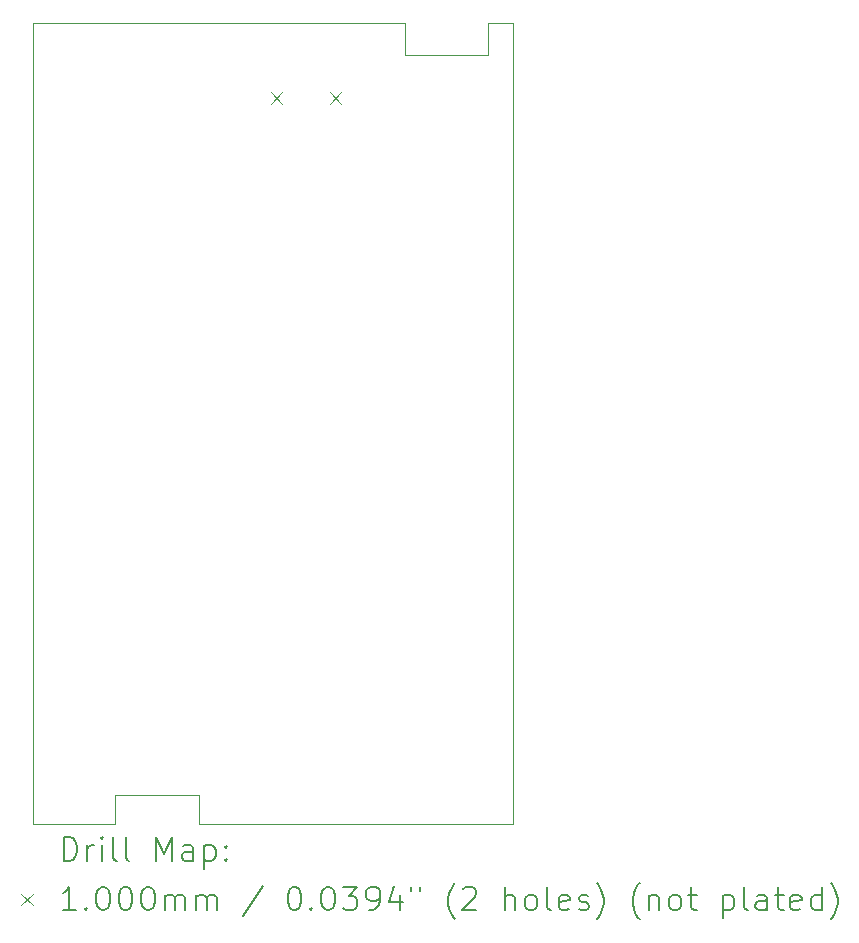
<source format=gbr>
%TF.GenerationSoftware,KiCad,Pcbnew,9.0.2*%
%TF.CreationDate,2025-06-10T17:56:35+02:00*%
%TF.ProjectId,SenseMatePCB,53656e73-654d-4617-9465-5043422e6b69,rev?*%
%TF.SameCoordinates,Original*%
%TF.FileFunction,Drillmap*%
%TF.FilePolarity,Positive*%
%FSLAX45Y45*%
G04 Gerber Fmt 4.5, Leading zero omitted, Abs format (unit mm)*
G04 Created by KiCad (PCBNEW 9.0.2) date 2025-06-10 17:56:35*
%MOMM*%
%LPD*%
G01*
G04 APERTURE LIST*
%ADD10C,0.050000*%
%ADD11C,0.200000*%
%ADD12C,0.100000*%
G04 APERTURE END LIST*
D10*
X11100000Y-4630000D02*
X7950000Y-4630000D01*
X12010000Y-4630000D02*
X11800000Y-4630000D01*
X11100000Y-4650000D02*
X11100000Y-4630000D01*
X11800000Y-4900000D02*
X11800000Y-4630000D01*
X11100000Y-4900000D02*
X11800000Y-4900000D01*
X11100000Y-4650000D02*
X11100000Y-4900000D01*
X7950000Y-6750000D02*
X7950000Y-7450000D01*
X7950000Y-6750000D02*
X7950000Y-4630000D01*
X7950000Y-7600000D02*
X7950000Y-7450000D01*
X7950000Y-8440000D02*
X7950000Y-7740000D01*
X7950000Y-7600000D02*
X7950000Y-7740000D01*
X9350000Y-11170000D02*
X9350000Y-11410000D01*
X8640000Y-11410000D02*
X7950000Y-11410000D01*
X8640000Y-11410000D02*
X8640000Y-11170000D01*
X7950000Y-11410000D02*
X7950000Y-8440000D01*
X9350000Y-11410000D02*
X12010000Y-11410000D01*
X12010000Y-11410000D02*
X12010000Y-4630000D01*
X8640000Y-11170000D02*
X9350000Y-11170000D01*
D11*
D12*
X9960000Y-5215000D02*
X10060000Y-5315000D01*
X10060000Y-5215000D02*
X9960000Y-5315000D01*
X10460000Y-5215000D02*
X10560000Y-5315000D01*
X10560000Y-5215000D02*
X10460000Y-5315000D01*
D11*
X8208277Y-11723984D02*
X8208277Y-11523984D01*
X8208277Y-11523984D02*
X8255896Y-11523984D01*
X8255896Y-11523984D02*
X8284467Y-11533508D01*
X8284467Y-11533508D02*
X8303515Y-11552555D01*
X8303515Y-11552555D02*
X8313039Y-11571603D01*
X8313039Y-11571603D02*
X8322562Y-11609698D01*
X8322562Y-11609698D02*
X8322562Y-11638269D01*
X8322562Y-11638269D02*
X8313039Y-11676365D01*
X8313039Y-11676365D02*
X8303515Y-11695412D01*
X8303515Y-11695412D02*
X8284467Y-11714460D01*
X8284467Y-11714460D02*
X8255896Y-11723984D01*
X8255896Y-11723984D02*
X8208277Y-11723984D01*
X8408277Y-11723984D02*
X8408277Y-11590650D01*
X8408277Y-11628746D02*
X8417801Y-11609698D01*
X8417801Y-11609698D02*
X8427324Y-11600174D01*
X8427324Y-11600174D02*
X8446372Y-11590650D01*
X8446372Y-11590650D02*
X8465420Y-11590650D01*
X8532086Y-11723984D02*
X8532086Y-11590650D01*
X8532086Y-11523984D02*
X8522563Y-11533508D01*
X8522563Y-11533508D02*
X8532086Y-11543031D01*
X8532086Y-11543031D02*
X8541610Y-11533508D01*
X8541610Y-11533508D02*
X8532086Y-11523984D01*
X8532086Y-11523984D02*
X8532086Y-11543031D01*
X8655896Y-11723984D02*
X8636848Y-11714460D01*
X8636848Y-11714460D02*
X8627324Y-11695412D01*
X8627324Y-11695412D02*
X8627324Y-11523984D01*
X8760658Y-11723984D02*
X8741610Y-11714460D01*
X8741610Y-11714460D02*
X8732086Y-11695412D01*
X8732086Y-11695412D02*
X8732086Y-11523984D01*
X8989229Y-11723984D02*
X8989229Y-11523984D01*
X8989229Y-11523984D02*
X9055896Y-11666841D01*
X9055896Y-11666841D02*
X9122563Y-11523984D01*
X9122563Y-11523984D02*
X9122563Y-11723984D01*
X9303515Y-11723984D02*
X9303515Y-11619222D01*
X9303515Y-11619222D02*
X9293991Y-11600174D01*
X9293991Y-11600174D02*
X9274944Y-11590650D01*
X9274944Y-11590650D02*
X9236848Y-11590650D01*
X9236848Y-11590650D02*
X9217801Y-11600174D01*
X9303515Y-11714460D02*
X9284467Y-11723984D01*
X9284467Y-11723984D02*
X9236848Y-11723984D01*
X9236848Y-11723984D02*
X9217801Y-11714460D01*
X9217801Y-11714460D02*
X9208277Y-11695412D01*
X9208277Y-11695412D02*
X9208277Y-11676365D01*
X9208277Y-11676365D02*
X9217801Y-11657317D01*
X9217801Y-11657317D02*
X9236848Y-11647793D01*
X9236848Y-11647793D02*
X9284467Y-11647793D01*
X9284467Y-11647793D02*
X9303515Y-11638269D01*
X9398753Y-11590650D02*
X9398753Y-11790650D01*
X9398753Y-11600174D02*
X9417801Y-11590650D01*
X9417801Y-11590650D02*
X9455896Y-11590650D01*
X9455896Y-11590650D02*
X9474944Y-11600174D01*
X9474944Y-11600174D02*
X9484467Y-11609698D01*
X9484467Y-11609698D02*
X9493991Y-11628746D01*
X9493991Y-11628746D02*
X9493991Y-11685888D01*
X9493991Y-11685888D02*
X9484467Y-11704936D01*
X9484467Y-11704936D02*
X9474944Y-11714460D01*
X9474944Y-11714460D02*
X9455896Y-11723984D01*
X9455896Y-11723984D02*
X9417801Y-11723984D01*
X9417801Y-11723984D02*
X9398753Y-11714460D01*
X9579705Y-11704936D02*
X9589229Y-11714460D01*
X9589229Y-11714460D02*
X9579705Y-11723984D01*
X9579705Y-11723984D02*
X9570182Y-11714460D01*
X9570182Y-11714460D02*
X9579705Y-11704936D01*
X9579705Y-11704936D02*
X9579705Y-11723984D01*
X9579705Y-11600174D02*
X9589229Y-11609698D01*
X9589229Y-11609698D02*
X9579705Y-11619222D01*
X9579705Y-11619222D02*
X9570182Y-11609698D01*
X9570182Y-11609698D02*
X9579705Y-11600174D01*
X9579705Y-11600174D02*
X9579705Y-11619222D01*
D12*
X7847500Y-12002500D02*
X7947500Y-12102500D01*
X7947500Y-12002500D02*
X7847500Y-12102500D01*
D11*
X8313039Y-12143984D02*
X8198753Y-12143984D01*
X8255896Y-12143984D02*
X8255896Y-11943984D01*
X8255896Y-11943984D02*
X8236848Y-11972555D01*
X8236848Y-11972555D02*
X8217801Y-11991603D01*
X8217801Y-11991603D02*
X8198753Y-12001127D01*
X8398753Y-12124936D02*
X8408277Y-12134460D01*
X8408277Y-12134460D02*
X8398753Y-12143984D01*
X8398753Y-12143984D02*
X8389229Y-12134460D01*
X8389229Y-12134460D02*
X8398753Y-12124936D01*
X8398753Y-12124936D02*
X8398753Y-12143984D01*
X8532086Y-11943984D02*
X8551134Y-11943984D01*
X8551134Y-11943984D02*
X8570182Y-11953508D01*
X8570182Y-11953508D02*
X8579705Y-11963031D01*
X8579705Y-11963031D02*
X8589229Y-11982079D01*
X8589229Y-11982079D02*
X8598753Y-12020174D01*
X8598753Y-12020174D02*
X8598753Y-12067793D01*
X8598753Y-12067793D02*
X8589229Y-12105888D01*
X8589229Y-12105888D02*
X8579705Y-12124936D01*
X8579705Y-12124936D02*
X8570182Y-12134460D01*
X8570182Y-12134460D02*
X8551134Y-12143984D01*
X8551134Y-12143984D02*
X8532086Y-12143984D01*
X8532086Y-12143984D02*
X8513039Y-12134460D01*
X8513039Y-12134460D02*
X8503515Y-12124936D01*
X8503515Y-12124936D02*
X8493991Y-12105888D01*
X8493991Y-12105888D02*
X8484467Y-12067793D01*
X8484467Y-12067793D02*
X8484467Y-12020174D01*
X8484467Y-12020174D02*
X8493991Y-11982079D01*
X8493991Y-11982079D02*
X8503515Y-11963031D01*
X8503515Y-11963031D02*
X8513039Y-11953508D01*
X8513039Y-11953508D02*
X8532086Y-11943984D01*
X8722563Y-11943984D02*
X8741610Y-11943984D01*
X8741610Y-11943984D02*
X8760658Y-11953508D01*
X8760658Y-11953508D02*
X8770182Y-11963031D01*
X8770182Y-11963031D02*
X8779705Y-11982079D01*
X8779705Y-11982079D02*
X8789229Y-12020174D01*
X8789229Y-12020174D02*
X8789229Y-12067793D01*
X8789229Y-12067793D02*
X8779705Y-12105888D01*
X8779705Y-12105888D02*
X8770182Y-12124936D01*
X8770182Y-12124936D02*
X8760658Y-12134460D01*
X8760658Y-12134460D02*
X8741610Y-12143984D01*
X8741610Y-12143984D02*
X8722563Y-12143984D01*
X8722563Y-12143984D02*
X8703515Y-12134460D01*
X8703515Y-12134460D02*
X8693991Y-12124936D01*
X8693991Y-12124936D02*
X8684467Y-12105888D01*
X8684467Y-12105888D02*
X8674944Y-12067793D01*
X8674944Y-12067793D02*
X8674944Y-12020174D01*
X8674944Y-12020174D02*
X8684467Y-11982079D01*
X8684467Y-11982079D02*
X8693991Y-11963031D01*
X8693991Y-11963031D02*
X8703515Y-11953508D01*
X8703515Y-11953508D02*
X8722563Y-11943984D01*
X8913039Y-11943984D02*
X8932086Y-11943984D01*
X8932086Y-11943984D02*
X8951134Y-11953508D01*
X8951134Y-11953508D02*
X8960658Y-11963031D01*
X8960658Y-11963031D02*
X8970182Y-11982079D01*
X8970182Y-11982079D02*
X8979705Y-12020174D01*
X8979705Y-12020174D02*
X8979705Y-12067793D01*
X8979705Y-12067793D02*
X8970182Y-12105888D01*
X8970182Y-12105888D02*
X8960658Y-12124936D01*
X8960658Y-12124936D02*
X8951134Y-12134460D01*
X8951134Y-12134460D02*
X8932086Y-12143984D01*
X8932086Y-12143984D02*
X8913039Y-12143984D01*
X8913039Y-12143984D02*
X8893991Y-12134460D01*
X8893991Y-12134460D02*
X8884467Y-12124936D01*
X8884467Y-12124936D02*
X8874944Y-12105888D01*
X8874944Y-12105888D02*
X8865420Y-12067793D01*
X8865420Y-12067793D02*
X8865420Y-12020174D01*
X8865420Y-12020174D02*
X8874944Y-11982079D01*
X8874944Y-11982079D02*
X8884467Y-11963031D01*
X8884467Y-11963031D02*
X8893991Y-11953508D01*
X8893991Y-11953508D02*
X8913039Y-11943984D01*
X9065420Y-12143984D02*
X9065420Y-12010650D01*
X9065420Y-12029698D02*
X9074944Y-12020174D01*
X9074944Y-12020174D02*
X9093991Y-12010650D01*
X9093991Y-12010650D02*
X9122563Y-12010650D01*
X9122563Y-12010650D02*
X9141610Y-12020174D01*
X9141610Y-12020174D02*
X9151134Y-12039222D01*
X9151134Y-12039222D02*
X9151134Y-12143984D01*
X9151134Y-12039222D02*
X9160658Y-12020174D01*
X9160658Y-12020174D02*
X9179705Y-12010650D01*
X9179705Y-12010650D02*
X9208277Y-12010650D01*
X9208277Y-12010650D02*
X9227325Y-12020174D01*
X9227325Y-12020174D02*
X9236848Y-12039222D01*
X9236848Y-12039222D02*
X9236848Y-12143984D01*
X9332086Y-12143984D02*
X9332086Y-12010650D01*
X9332086Y-12029698D02*
X9341610Y-12020174D01*
X9341610Y-12020174D02*
X9360658Y-12010650D01*
X9360658Y-12010650D02*
X9389229Y-12010650D01*
X9389229Y-12010650D02*
X9408277Y-12020174D01*
X9408277Y-12020174D02*
X9417801Y-12039222D01*
X9417801Y-12039222D02*
X9417801Y-12143984D01*
X9417801Y-12039222D02*
X9427325Y-12020174D01*
X9427325Y-12020174D02*
X9446372Y-12010650D01*
X9446372Y-12010650D02*
X9474944Y-12010650D01*
X9474944Y-12010650D02*
X9493991Y-12020174D01*
X9493991Y-12020174D02*
X9503515Y-12039222D01*
X9503515Y-12039222D02*
X9503515Y-12143984D01*
X9893991Y-11934460D02*
X9722563Y-12191603D01*
X10151134Y-11943984D02*
X10170182Y-11943984D01*
X10170182Y-11943984D02*
X10189229Y-11953508D01*
X10189229Y-11953508D02*
X10198753Y-11963031D01*
X10198753Y-11963031D02*
X10208277Y-11982079D01*
X10208277Y-11982079D02*
X10217801Y-12020174D01*
X10217801Y-12020174D02*
X10217801Y-12067793D01*
X10217801Y-12067793D02*
X10208277Y-12105888D01*
X10208277Y-12105888D02*
X10198753Y-12124936D01*
X10198753Y-12124936D02*
X10189229Y-12134460D01*
X10189229Y-12134460D02*
X10170182Y-12143984D01*
X10170182Y-12143984D02*
X10151134Y-12143984D01*
X10151134Y-12143984D02*
X10132087Y-12134460D01*
X10132087Y-12134460D02*
X10122563Y-12124936D01*
X10122563Y-12124936D02*
X10113039Y-12105888D01*
X10113039Y-12105888D02*
X10103515Y-12067793D01*
X10103515Y-12067793D02*
X10103515Y-12020174D01*
X10103515Y-12020174D02*
X10113039Y-11982079D01*
X10113039Y-11982079D02*
X10122563Y-11963031D01*
X10122563Y-11963031D02*
X10132087Y-11953508D01*
X10132087Y-11953508D02*
X10151134Y-11943984D01*
X10303515Y-12124936D02*
X10313039Y-12134460D01*
X10313039Y-12134460D02*
X10303515Y-12143984D01*
X10303515Y-12143984D02*
X10293991Y-12134460D01*
X10293991Y-12134460D02*
X10303515Y-12124936D01*
X10303515Y-12124936D02*
X10303515Y-12143984D01*
X10436848Y-11943984D02*
X10455896Y-11943984D01*
X10455896Y-11943984D02*
X10474944Y-11953508D01*
X10474944Y-11953508D02*
X10484468Y-11963031D01*
X10484468Y-11963031D02*
X10493991Y-11982079D01*
X10493991Y-11982079D02*
X10503515Y-12020174D01*
X10503515Y-12020174D02*
X10503515Y-12067793D01*
X10503515Y-12067793D02*
X10493991Y-12105888D01*
X10493991Y-12105888D02*
X10484468Y-12124936D01*
X10484468Y-12124936D02*
X10474944Y-12134460D01*
X10474944Y-12134460D02*
X10455896Y-12143984D01*
X10455896Y-12143984D02*
X10436848Y-12143984D01*
X10436848Y-12143984D02*
X10417801Y-12134460D01*
X10417801Y-12134460D02*
X10408277Y-12124936D01*
X10408277Y-12124936D02*
X10398753Y-12105888D01*
X10398753Y-12105888D02*
X10389229Y-12067793D01*
X10389229Y-12067793D02*
X10389229Y-12020174D01*
X10389229Y-12020174D02*
X10398753Y-11982079D01*
X10398753Y-11982079D02*
X10408277Y-11963031D01*
X10408277Y-11963031D02*
X10417801Y-11953508D01*
X10417801Y-11953508D02*
X10436848Y-11943984D01*
X10570182Y-11943984D02*
X10693991Y-11943984D01*
X10693991Y-11943984D02*
X10627325Y-12020174D01*
X10627325Y-12020174D02*
X10655896Y-12020174D01*
X10655896Y-12020174D02*
X10674944Y-12029698D01*
X10674944Y-12029698D02*
X10684468Y-12039222D01*
X10684468Y-12039222D02*
X10693991Y-12058269D01*
X10693991Y-12058269D02*
X10693991Y-12105888D01*
X10693991Y-12105888D02*
X10684468Y-12124936D01*
X10684468Y-12124936D02*
X10674944Y-12134460D01*
X10674944Y-12134460D02*
X10655896Y-12143984D01*
X10655896Y-12143984D02*
X10598753Y-12143984D01*
X10598753Y-12143984D02*
X10579706Y-12134460D01*
X10579706Y-12134460D02*
X10570182Y-12124936D01*
X10789229Y-12143984D02*
X10827325Y-12143984D01*
X10827325Y-12143984D02*
X10846372Y-12134460D01*
X10846372Y-12134460D02*
X10855896Y-12124936D01*
X10855896Y-12124936D02*
X10874944Y-12096365D01*
X10874944Y-12096365D02*
X10884468Y-12058269D01*
X10884468Y-12058269D02*
X10884468Y-11982079D01*
X10884468Y-11982079D02*
X10874944Y-11963031D01*
X10874944Y-11963031D02*
X10865420Y-11953508D01*
X10865420Y-11953508D02*
X10846372Y-11943984D01*
X10846372Y-11943984D02*
X10808277Y-11943984D01*
X10808277Y-11943984D02*
X10789229Y-11953508D01*
X10789229Y-11953508D02*
X10779706Y-11963031D01*
X10779706Y-11963031D02*
X10770182Y-11982079D01*
X10770182Y-11982079D02*
X10770182Y-12029698D01*
X10770182Y-12029698D02*
X10779706Y-12048746D01*
X10779706Y-12048746D02*
X10789229Y-12058269D01*
X10789229Y-12058269D02*
X10808277Y-12067793D01*
X10808277Y-12067793D02*
X10846372Y-12067793D01*
X10846372Y-12067793D02*
X10865420Y-12058269D01*
X10865420Y-12058269D02*
X10874944Y-12048746D01*
X10874944Y-12048746D02*
X10884468Y-12029698D01*
X11055896Y-12010650D02*
X11055896Y-12143984D01*
X11008277Y-11934460D02*
X10960658Y-12077317D01*
X10960658Y-12077317D02*
X11084468Y-12077317D01*
X11151134Y-11943984D02*
X11151134Y-11982079D01*
X11227325Y-11943984D02*
X11227325Y-11982079D01*
X11522563Y-12220174D02*
X11513039Y-12210650D01*
X11513039Y-12210650D02*
X11493991Y-12182079D01*
X11493991Y-12182079D02*
X11484468Y-12163031D01*
X11484468Y-12163031D02*
X11474944Y-12134460D01*
X11474944Y-12134460D02*
X11465420Y-12086841D01*
X11465420Y-12086841D02*
X11465420Y-12048746D01*
X11465420Y-12048746D02*
X11474944Y-12001127D01*
X11474944Y-12001127D02*
X11484468Y-11972555D01*
X11484468Y-11972555D02*
X11493991Y-11953508D01*
X11493991Y-11953508D02*
X11513039Y-11924936D01*
X11513039Y-11924936D02*
X11522563Y-11915412D01*
X11589229Y-11963031D02*
X11598753Y-11953508D01*
X11598753Y-11953508D02*
X11617801Y-11943984D01*
X11617801Y-11943984D02*
X11665420Y-11943984D01*
X11665420Y-11943984D02*
X11684468Y-11953508D01*
X11684468Y-11953508D02*
X11693991Y-11963031D01*
X11693991Y-11963031D02*
X11703515Y-11982079D01*
X11703515Y-11982079D02*
X11703515Y-12001127D01*
X11703515Y-12001127D02*
X11693991Y-12029698D01*
X11693991Y-12029698D02*
X11579706Y-12143984D01*
X11579706Y-12143984D02*
X11703515Y-12143984D01*
X11941610Y-12143984D02*
X11941610Y-11943984D01*
X12027325Y-12143984D02*
X12027325Y-12039222D01*
X12027325Y-12039222D02*
X12017801Y-12020174D01*
X12017801Y-12020174D02*
X11998753Y-12010650D01*
X11998753Y-12010650D02*
X11970182Y-12010650D01*
X11970182Y-12010650D02*
X11951134Y-12020174D01*
X11951134Y-12020174D02*
X11941610Y-12029698D01*
X12151134Y-12143984D02*
X12132087Y-12134460D01*
X12132087Y-12134460D02*
X12122563Y-12124936D01*
X12122563Y-12124936D02*
X12113039Y-12105888D01*
X12113039Y-12105888D02*
X12113039Y-12048746D01*
X12113039Y-12048746D02*
X12122563Y-12029698D01*
X12122563Y-12029698D02*
X12132087Y-12020174D01*
X12132087Y-12020174D02*
X12151134Y-12010650D01*
X12151134Y-12010650D02*
X12179706Y-12010650D01*
X12179706Y-12010650D02*
X12198753Y-12020174D01*
X12198753Y-12020174D02*
X12208277Y-12029698D01*
X12208277Y-12029698D02*
X12217801Y-12048746D01*
X12217801Y-12048746D02*
X12217801Y-12105888D01*
X12217801Y-12105888D02*
X12208277Y-12124936D01*
X12208277Y-12124936D02*
X12198753Y-12134460D01*
X12198753Y-12134460D02*
X12179706Y-12143984D01*
X12179706Y-12143984D02*
X12151134Y-12143984D01*
X12332087Y-12143984D02*
X12313039Y-12134460D01*
X12313039Y-12134460D02*
X12303515Y-12115412D01*
X12303515Y-12115412D02*
X12303515Y-11943984D01*
X12484468Y-12134460D02*
X12465420Y-12143984D01*
X12465420Y-12143984D02*
X12427325Y-12143984D01*
X12427325Y-12143984D02*
X12408277Y-12134460D01*
X12408277Y-12134460D02*
X12398753Y-12115412D01*
X12398753Y-12115412D02*
X12398753Y-12039222D01*
X12398753Y-12039222D02*
X12408277Y-12020174D01*
X12408277Y-12020174D02*
X12427325Y-12010650D01*
X12427325Y-12010650D02*
X12465420Y-12010650D01*
X12465420Y-12010650D02*
X12484468Y-12020174D01*
X12484468Y-12020174D02*
X12493991Y-12039222D01*
X12493991Y-12039222D02*
X12493991Y-12058269D01*
X12493991Y-12058269D02*
X12398753Y-12077317D01*
X12570182Y-12134460D02*
X12589230Y-12143984D01*
X12589230Y-12143984D02*
X12627325Y-12143984D01*
X12627325Y-12143984D02*
X12646372Y-12134460D01*
X12646372Y-12134460D02*
X12655896Y-12115412D01*
X12655896Y-12115412D02*
X12655896Y-12105888D01*
X12655896Y-12105888D02*
X12646372Y-12086841D01*
X12646372Y-12086841D02*
X12627325Y-12077317D01*
X12627325Y-12077317D02*
X12598753Y-12077317D01*
X12598753Y-12077317D02*
X12579706Y-12067793D01*
X12579706Y-12067793D02*
X12570182Y-12048746D01*
X12570182Y-12048746D02*
X12570182Y-12039222D01*
X12570182Y-12039222D02*
X12579706Y-12020174D01*
X12579706Y-12020174D02*
X12598753Y-12010650D01*
X12598753Y-12010650D02*
X12627325Y-12010650D01*
X12627325Y-12010650D02*
X12646372Y-12020174D01*
X12722563Y-12220174D02*
X12732087Y-12210650D01*
X12732087Y-12210650D02*
X12751134Y-12182079D01*
X12751134Y-12182079D02*
X12760658Y-12163031D01*
X12760658Y-12163031D02*
X12770182Y-12134460D01*
X12770182Y-12134460D02*
X12779706Y-12086841D01*
X12779706Y-12086841D02*
X12779706Y-12048746D01*
X12779706Y-12048746D02*
X12770182Y-12001127D01*
X12770182Y-12001127D02*
X12760658Y-11972555D01*
X12760658Y-11972555D02*
X12751134Y-11953508D01*
X12751134Y-11953508D02*
X12732087Y-11924936D01*
X12732087Y-11924936D02*
X12722563Y-11915412D01*
X13084468Y-12220174D02*
X13074944Y-12210650D01*
X13074944Y-12210650D02*
X13055896Y-12182079D01*
X13055896Y-12182079D02*
X13046372Y-12163031D01*
X13046372Y-12163031D02*
X13036849Y-12134460D01*
X13036849Y-12134460D02*
X13027325Y-12086841D01*
X13027325Y-12086841D02*
X13027325Y-12048746D01*
X13027325Y-12048746D02*
X13036849Y-12001127D01*
X13036849Y-12001127D02*
X13046372Y-11972555D01*
X13046372Y-11972555D02*
X13055896Y-11953508D01*
X13055896Y-11953508D02*
X13074944Y-11924936D01*
X13074944Y-11924936D02*
X13084468Y-11915412D01*
X13160658Y-12010650D02*
X13160658Y-12143984D01*
X13160658Y-12029698D02*
X13170182Y-12020174D01*
X13170182Y-12020174D02*
X13189230Y-12010650D01*
X13189230Y-12010650D02*
X13217801Y-12010650D01*
X13217801Y-12010650D02*
X13236849Y-12020174D01*
X13236849Y-12020174D02*
X13246372Y-12039222D01*
X13246372Y-12039222D02*
X13246372Y-12143984D01*
X13370182Y-12143984D02*
X13351134Y-12134460D01*
X13351134Y-12134460D02*
X13341611Y-12124936D01*
X13341611Y-12124936D02*
X13332087Y-12105888D01*
X13332087Y-12105888D02*
X13332087Y-12048746D01*
X13332087Y-12048746D02*
X13341611Y-12029698D01*
X13341611Y-12029698D02*
X13351134Y-12020174D01*
X13351134Y-12020174D02*
X13370182Y-12010650D01*
X13370182Y-12010650D02*
X13398753Y-12010650D01*
X13398753Y-12010650D02*
X13417801Y-12020174D01*
X13417801Y-12020174D02*
X13427325Y-12029698D01*
X13427325Y-12029698D02*
X13436849Y-12048746D01*
X13436849Y-12048746D02*
X13436849Y-12105888D01*
X13436849Y-12105888D02*
X13427325Y-12124936D01*
X13427325Y-12124936D02*
X13417801Y-12134460D01*
X13417801Y-12134460D02*
X13398753Y-12143984D01*
X13398753Y-12143984D02*
X13370182Y-12143984D01*
X13493992Y-12010650D02*
X13570182Y-12010650D01*
X13522563Y-11943984D02*
X13522563Y-12115412D01*
X13522563Y-12115412D02*
X13532087Y-12134460D01*
X13532087Y-12134460D02*
X13551134Y-12143984D01*
X13551134Y-12143984D02*
X13570182Y-12143984D01*
X13789230Y-12010650D02*
X13789230Y-12210650D01*
X13789230Y-12020174D02*
X13808277Y-12010650D01*
X13808277Y-12010650D02*
X13846373Y-12010650D01*
X13846373Y-12010650D02*
X13865420Y-12020174D01*
X13865420Y-12020174D02*
X13874944Y-12029698D01*
X13874944Y-12029698D02*
X13884468Y-12048746D01*
X13884468Y-12048746D02*
X13884468Y-12105888D01*
X13884468Y-12105888D02*
X13874944Y-12124936D01*
X13874944Y-12124936D02*
X13865420Y-12134460D01*
X13865420Y-12134460D02*
X13846373Y-12143984D01*
X13846373Y-12143984D02*
X13808277Y-12143984D01*
X13808277Y-12143984D02*
X13789230Y-12134460D01*
X13998753Y-12143984D02*
X13979706Y-12134460D01*
X13979706Y-12134460D02*
X13970182Y-12115412D01*
X13970182Y-12115412D02*
X13970182Y-11943984D01*
X14160658Y-12143984D02*
X14160658Y-12039222D01*
X14160658Y-12039222D02*
X14151134Y-12020174D01*
X14151134Y-12020174D02*
X14132087Y-12010650D01*
X14132087Y-12010650D02*
X14093992Y-12010650D01*
X14093992Y-12010650D02*
X14074944Y-12020174D01*
X14160658Y-12134460D02*
X14141611Y-12143984D01*
X14141611Y-12143984D02*
X14093992Y-12143984D01*
X14093992Y-12143984D02*
X14074944Y-12134460D01*
X14074944Y-12134460D02*
X14065420Y-12115412D01*
X14065420Y-12115412D02*
X14065420Y-12096365D01*
X14065420Y-12096365D02*
X14074944Y-12077317D01*
X14074944Y-12077317D02*
X14093992Y-12067793D01*
X14093992Y-12067793D02*
X14141611Y-12067793D01*
X14141611Y-12067793D02*
X14160658Y-12058269D01*
X14227325Y-12010650D02*
X14303515Y-12010650D01*
X14255896Y-11943984D02*
X14255896Y-12115412D01*
X14255896Y-12115412D02*
X14265420Y-12134460D01*
X14265420Y-12134460D02*
X14284468Y-12143984D01*
X14284468Y-12143984D02*
X14303515Y-12143984D01*
X14446373Y-12134460D02*
X14427325Y-12143984D01*
X14427325Y-12143984D02*
X14389230Y-12143984D01*
X14389230Y-12143984D02*
X14370182Y-12134460D01*
X14370182Y-12134460D02*
X14360658Y-12115412D01*
X14360658Y-12115412D02*
X14360658Y-12039222D01*
X14360658Y-12039222D02*
X14370182Y-12020174D01*
X14370182Y-12020174D02*
X14389230Y-12010650D01*
X14389230Y-12010650D02*
X14427325Y-12010650D01*
X14427325Y-12010650D02*
X14446373Y-12020174D01*
X14446373Y-12020174D02*
X14455896Y-12039222D01*
X14455896Y-12039222D02*
X14455896Y-12058269D01*
X14455896Y-12058269D02*
X14360658Y-12077317D01*
X14627325Y-12143984D02*
X14627325Y-11943984D01*
X14627325Y-12134460D02*
X14608277Y-12143984D01*
X14608277Y-12143984D02*
X14570182Y-12143984D01*
X14570182Y-12143984D02*
X14551134Y-12134460D01*
X14551134Y-12134460D02*
X14541611Y-12124936D01*
X14541611Y-12124936D02*
X14532087Y-12105888D01*
X14532087Y-12105888D02*
X14532087Y-12048746D01*
X14532087Y-12048746D02*
X14541611Y-12029698D01*
X14541611Y-12029698D02*
X14551134Y-12020174D01*
X14551134Y-12020174D02*
X14570182Y-12010650D01*
X14570182Y-12010650D02*
X14608277Y-12010650D01*
X14608277Y-12010650D02*
X14627325Y-12020174D01*
X14703515Y-12220174D02*
X14713039Y-12210650D01*
X14713039Y-12210650D02*
X14732087Y-12182079D01*
X14732087Y-12182079D02*
X14741611Y-12163031D01*
X14741611Y-12163031D02*
X14751134Y-12134460D01*
X14751134Y-12134460D02*
X14760658Y-12086841D01*
X14760658Y-12086841D02*
X14760658Y-12048746D01*
X14760658Y-12048746D02*
X14751134Y-12001127D01*
X14751134Y-12001127D02*
X14741611Y-11972555D01*
X14741611Y-11972555D02*
X14732087Y-11953508D01*
X14732087Y-11953508D02*
X14713039Y-11924936D01*
X14713039Y-11924936D02*
X14703515Y-11915412D01*
M02*

</source>
